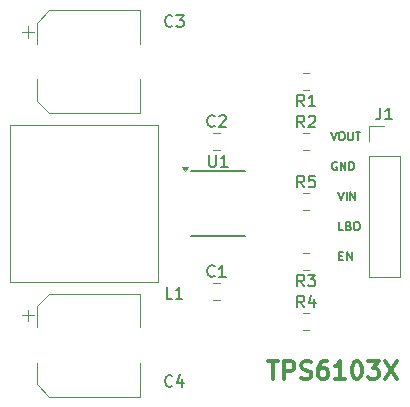
<source format=gbr>
%TF.GenerationSoftware,KiCad,Pcbnew,7.0.11+dfsg-1build4*%
%TF.CreationDate,2026-01-16T21:01:49-05:00*%
%TF.ProjectId,tps6103x,74707336-3130-4337-982e-6b696361645f,rev?*%
%TF.SameCoordinates,Original*%
%TF.FileFunction,Legend,Top*%
%TF.FilePolarity,Positive*%
%FSLAX46Y46*%
G04 Gerber Fmt 4.6, Leading zero omitted, Abs format (unit mm)*
G04 Created by KiCad (PCBNEW 7.0.11+dfsg-1build4) date 2026-01-16 21:01:49*
%MOMM*%
%LPD*%
G01*
G04 APERTURE LIST*
%ADD10C,0.175000*%
%ADD11C,0.300000*%
%ADD12C,0.150000*%
%ADD13C,0.120000*%
G04 APERTURE END LIST*
D10*
X128281797Y-121458566D02*
X128515131Y-121458566D01*
X128615131Y-121825233D02*
X128281797Y-121825233D01*
X128281797Y-121825233D02*
X128281797Y-121125233D01*
X128281797Y-121125233D02*
X128615131Y-121125233D01*
X128915130Y-121825233D02*
X128915130Y-121125233D01*
X128915130Y-121125233D02*
X129315130Y-121825233D01*
X129315130Y-121825233D02*
X129315130Y-121125233D01*
D11*
X122260225Y-130380828D02*
X123117368Y-130380828D01*
X122688796Y-131880828D02*
X122688796Y-130380828D01*
X123617367Y-131880828D02*
X123617367Y-130380828D01*
X123617367Y-130380828D02*
X124188796Y-130380828D01*
X124188796Y-130380828D02*
X124331653Y-130452257D01*
X124331653Y-130452257D02*
X124403082Y-130523685D01*
X124403082Y-130523685D02*
X124474510Y-130666542D01*
X124474510Y-130666542D02*
X124474510Y-130880828D01*
X124474510Y-130880828D02*
X124403082Y-131023685D01*
X124403082Y-131023685D02*
X124331653Y-131095114D01*
X124331653Y-131095114D02*
X124188796Y-131166542D01*
X124188796Y-131166542D02*
X123617367Y-131166542D01*
X125045939Y-131809400D02*
X125260225Y-131880828D01*
X125260225Y-131880828D02*
X125617367Y-131880828D01*
X125617367Y-131880828D02*
X125760225Y-131809400D01*
X125760225Y-131809400D02*
X125831653Y-131737971D01*
X125831653Y-131737971D02*
X125903082Y-131595114D01*
X125903082Y-131595114D02*
X125903082Y-131452257D01*
X125903082Y-131452257D02*
X125831653Y-131309400D01*
X125831653Y-131309400D02*
X125760225Y-131237971D01*
X125760225Y-131237971D02*
X125617367Y-131166542D01*
X125617367Y-131166542D02*
X125331653Y-131095114D01*
X125331653Y-131095114D02*
X125188796Y-131023685D01*
X125188796Y-131023685D02*
X125117367Y-130952257D01*
X125117367Y-130952257D02*
X125045939Y-130809400D01*
X125045939Y-130809400D02*
X125045939Y-130666542D01*
X125045939Y-130666542D02*
X125117367Y-130523685D01*
X125117367Y-130523685D02*
X125188796Y-130452257D01*
X125188796Y-130452257D02*
X125331653Y-130380828D01*
X125331653Y-130380828D02*
X125688796Y-130380828D01*
X125688796Y-130380828D02*
X125903082Y-130452257D01*
X127188796Y-130380828D02*
X126903081Y-130380828D01*
X126903081Y-130380828D02*
X126760224Y-130452257D01*
X126760224Y-130452257D02*
X126688796Y-130523685D01*
X126688796Y-130523685D02*
X126545938Y-130737971D01*
X126545938Y-130737971D02*
X126474510Y-131023685D01*
X126474510Y-131023685D02*
X126474510Y-131595114D01*
X126474510Y-131595114D02*
X126545938Y-131737971D01*
X126545938Y-131737971D02*
X126617367Y-131809400D01*
X126617367Y-131809400D02*
X126760224Y-131880828D01*
X126760224Y-131880828D02*
X127045938Y-131880828D01*
X127045938Y-131880828D02*
X127188796Y-131809400D01*
X127188796Y-131809400D02*
X127260224Y-131737971D01*
X127260224Y-131737971D02*
X127331653Y-131595114D01*
X127331653Y-131595114D02*
X127331653Y-131237971D01*
X127331653Y-131237971D02*
X127260224Y-131095114D01*
X127260224Y-131095114D02*
X127188796Y-131023685D01*
X127188796Y-131023685D02*
X127045938Y-130952257D01*
X127045938Y-130952257D02*
X126760224Y-130952257D01*
X126760224Y-130952257D02*
X126617367Y-131023685D01*
X126617367Y-131023685D02*
X126545938Y-131095114D01*
X126545938Y-131095114D02*
X126474510Y-131237971D01*
X128760224Y-131880828D02*
X127903081Y-131880828D01*
X128331652Y-131880828D02*
X128331652Y-130380828D01*
X128331652Y-130380828D02*
X128188795Y-130595114D01*
X128188795Y-130595114D02*
X128045938Y-130737971D01*
X128045938Y-130737971D02*
X127903081Y-130809400D01*
X129688795Y-130380828D02*
X129831652Y-130380828D01*
X129831652Y-130380828D02*
X129974509Y-130452257D01*
X129974509Y-130452257D02*
X130045938Y-130523685D01*
X130045938Y-130523685D02*
X130117366Y-130666542D01*
X130117366Y-130666542D02*
X130188795Y-130952257D01*
X130188795Y-130952257D02*
X130188795Y-131309400D01*
X130188795Y-131309400D02*
X130117366Y-131595114D01*
X130117366Y-131595114D02*
X130045938Y-131737971D01*
X130045938Y-131737971D02*
X129974509Y-131809400D01*
X129974509Y-131809400D02*
X129831652Y-131880828D01*
X129831652Y-131880828D02*
X129688795Y-131880828D01*
X129688795Y-131880828D02*
X129545938Y-131809400D01*
X129545938Y-131809400D02*
X129474509Y-131737971D01*
X129474509Y-131737971D02*
X129403080Y-131595114D01*
X129403080Y-131595114D02*
X129331652Y-131309400D01*
X129331652Y-131309400D02*
X129331652Y-130952257D01*
X129331652Y-130952257D02*
X129403080Y-130666542D01*
X129403080Y-130666542D02*
X129474509Y-130523685D01*
X129474509Y-130523685D02*
X129545938Y-130452257D01*
X129545938Y-130452257D02*
X129688795Y-130380828D01*
X130688794Y-130380828D02*
X131617366Y-130380828D01*
X131617366Y-130380828D02*
X131117366Y-130952257D01*
X131117366Y-130952257D02*
X131331651Y-130952257D01*
X131331651Y-130952257D02*
X131474509Y-131023685D01*
X131474509Y-131023685D02*
X131545937Y-131095114D01*
X131545937Y-131095114D02*
X131617366Y-131237971D01*
X131617366Y-131237971D02*
X131617366Y-131595114D01*
X131617366Y-131595114D02*
X131545937Y-131737971D01*
X131545937Y-131737971D02*
X131474509Y-131809400D01*
X131474509Y-131809400D02*
X131331651Y-131880828D01*
X131331651Y-131880828D02*
X130903080Y-131880828D01*
X130903080Y-131880828D02*
X130760223Y-131809400D01*
X130760223Y-131809400D02*
X130688794Y-131737971D01*
X132117365Y-130380828D02*
X133117365Y-131880828D01*
X133117365Y-130380828D02*
X132117365Y-131880828D01*
D10*
X128615131Y-119285233D02*
X128281797Y-119285233D01*
X128281797Y-119285233D02*
X128281797Y-118585233D01*
X129081798Y-118918566D02*
X129181798Y-118951900D01*
X129181798Y-118951900D02*
X129215131Y-118985233D01*
X129215131Y-118985233D02*
X129248464Y-119051900D01*
X129248464Y-119051900D02*
X129248464Y-119151900D01*
X129248464Y-119151900D02*
X129215131Y-119218566D01*
X129215131Y-119218566D02*
X129181798Y-119251900D01*
X129181798Y-119251900D02*
X129115131Y-119285233D01*
X129115131Y-119285233D02*
X128848464Y-119285233D01*
X128848464Y-119285233D02*
X128848464Y-118585233D01*
X128848464Y-118585233D02*
X129081798Y-118585233D01*
X129081798Y-118585233D02*
X129148464Y-118618566D01*
X129148464Y-118618566D02*
X129181798Y-118651900D01*
X129181798Y-118651900D02*
X129215131Y-118718566D01*
X129215131Y-118718566D02*
X129215131Y-118785233D01*
X129215131Y-118785233D02*
X129181798Y-118851900D01*
X129181798Y-118851900D02*
X129148464Y-118885233D01*
X129148464Y-118885233D02*
X129081798Y-118918566D01*
X129081798Y-118918566D02*
X128848464Y-118918566D01*
X129681798Y-118585233D02*
X129815131Y-118585233D01*
X129815131Y-118585233D02*
X129881798Y-118618566D01*
X129881798Y-118618566D02*
X129948464Y-118685233D01*
X129948464Y-118685233D02*
X129981798Y-118818566D01*
X129981798Y-118818566D02*
X129981798Y-119051900D01*
X129981798Y-119051900D02*
X129948464Y-119185233D01*
X129948464Y-119185233D02*
X129881798Y-119251900D01*
X129881798Y-119251900D02*
X129815131Y-119285233D01*
X129815131Y-119285233D02*
X129681798Y-119285233D01*
X129681798Y-119285233D02*
X129615131Y-119251900D01*
X129615131Y-119251900D02*
X129548464Y-119185233D01*
X129548464Y-119185233D02*
X129515131Y-119051900D01*
X129515131Y-119051900D02*
X129515131Y-118818566D01*
X129515131Y-118818566D02*
X129548464Y-118685233D01*
X129548464Y-118685233D02*
X129615131Y-118618566D01*
X129615131Y-118618566D02*
X129681798Y-118585233D01*
X127581797Y-110965233D02*
X127815131Y-111665233D01*
X127815131Y-111665233D02*
X128048464Y-110965233D01*
X128415131Y-110965233D02*
X128548464Y-110965233D01*
X128548464Y-110965233D02*
X128615131Y-110998566D01*
X128615131Y-110998566D02*
X128681797Y-111065233D01*
X128681797Y-111065233D02*
X128715131Y-111198566D01*
X128715131Y-111198566D02*
X128715131Y-111431900D01*
X128715131Y-111431900D02*
X128681797Y-111565233D01*
X128681797Y-111565233D02*
X128615131Y-111631900D01*
X128615131Y-111631900D02*
X128548464Y-111665233D01*
X128548464Y-111665233D02*
X128415131Y-111665233D01*
X128415131Y-111665233D02*
X128348464Y-111631900D01*
X128348464Y-111631900D02*
X128281797Y-111565233D01*
X128281797Y-111565233D02*
X128248464Y-111431900D01*
X128248464Y-111431900D02*
X128248464Y-111198566D01*
X128248464Y-111198566D02*
X128281797Y-111065233D01*
X128281797Y-111065233D02*
X128348464Y-110998566D01*
X128348464Y-110998566D02*
X128415131Y-110965233D01*
X129015130Y-110965233D02*
X129015130Y-111531900D01*
X129015130Y-111531900D02*
X129048464Y-111598566D01*
X129048464Y-111598566D02*
X129081797Y-111631900D01*
X129081797Y-111631900D02*
X129148464Y-111665233D01*
X129148464Y-111665233D02*
X129281797Y-111665233D01*
X129281797Y-111665233D02*
X129348464Y-111631900D01*
X129348464Y-111631900D02*
X129381797Y-111598566D01*
X129381797Y-111598566D02*
X129415130Y-111531900D01*
X129415130Y-111531900D02*
X129415130Y-110965233D01*
X129648463Y-110965233D02*
X130048463Y-110965233D01*
X129848463Y-111665233D02*
X129848463Y-110965233D01*
X128181797Y-116045233D02*
X128415131Y-116745233D01*
X128415131Y-116745233D02*
X128648464Y-116045233D01*
X128881797Y-116745233D02*
X128881797Y-116045233D01*
X129215130Y-116745233D02*
X129215130Y-116045233D01*
X129215130Y-116045233D02*
X129615130Y-116745233D01*
X129615130Y-116745233D02*
X129615130Y-116045233D01*
X128048464Y-113538566D02*
X127981797Y-113505233D01*
X127981797Y-113505233D02*
X127881797Y-113505233D01*
X127881797Y-113505233D02*
X127781797Y-113538566D01*
X127781797Y-113538566D02*
X127715131Y-113605233D01*
X127715131Y-113605233D02*
X127681797Y-113671900D01*
X127681797Y-113671900D02*
X127648464Y-113805233D01*
X127648464Y-113805233D02*
X127648464Y-113905233D01*
X127648464Y-113905233D02*
X127681797Y-114038566D01*
X127681797Y-114038566D02*
X127715131Y-114105233D01*
X127715131Y-114105233D02*
X127781797Y-114171900D01*
X127781797Y-114171900D02*
X127881797Y-114205233D01*
X127881797Y-114205233D02*
X127948464Y-114205233D01*
X127948464Y-114205233D02*
X128048464Y-114171900D01*
X128048464Y-114171900D02*
X128081797Y-114138566D01*
X128081797Y-114138566D02*
X128081797Y-113905233D01*
X128081797Y-113905233D02*
X127948464Y-113905233D01*
X128381797Y-114205233D02*
X128381797Y-113505233D01*
X128381797Y-113505233D02*
X128781797Y-114205233D01*
X128781797Y-114205233D02*
X128781797Y-113505233D01*
X129115130Y-114205233D02*
X129115130Y-113505233D01*
X129115130Y-113505233D02*
X129281797Y-113505233D01*
X129281797Y-113505233D02*
X129381797Y-113538566D01*
X129381797Y-113538566D02*
X129448464Y-113605233D01*
X129448464Y-113605233D02*
X129481797Y-113671900D01*
X129481797Y-113671900D02*
X129515130Y-113805233D01*
X129515130Y-113805233D02*
X129515130Y-113905233D01*
X129515130Y-113905233D02*
X129481797Y-114038566D01*
X129481797Y-114038566D02*
X129448464Y-114105233D01*
X129448464Y-114105233D02*
X129381797Y-114171900D01*
X129381797Y-114171900D02*
X129281797Y-114205233D01*
X129281797Y-114205233D02*
X129115130Y-114205233D01*
D12*
X117238095Y-112904819D02*
X117238095Y-113714342D01*
X117238095Y-113714342D02*
X117285714Y-113809580D01*
X117285714Y-113809580D02*
X117333333Y-113857200D01*
X117333333Y-113857200D02*
X117428571Y-113904819D01*
X117428571Y-113904819D02*
X117619047Y-113904819D01*
X117619047Y-113904819D02*
X117714285Y-113857200D01*
X117714285Y-113857200D02*
X117761904Y-113809580D01*
X117761904Y-113809580D02*
X117809523Y-113714342D01*
X117809523Y-113714342D02*
X117809523Y-112904819D01*
X118809523Y-113904819D02*
X118238095Y-113904819D01*
X118523809Y-113904819D02*
X118523809Y-112904819D01*
X118523809Y-112904819D02*
X118428571Y-113047676D01*
X118428571Y-113047676D02*
X118333333Y-113142914D01*
X118333333Y-113142914D02*
X118238095Y-113190533D01*
X114133333Y-132439580D02*
X114085714Y-132487200D01*
X114085714Y-132487200D02*
X113942857Y-132534819D01*
X113942857Y-132534819D02*
X113847619Y-132534819D01*
X113847619Y-132534819D02*
X113704762Y-132487200D01*
X113704762Y-132487200D02*
X113609524Y-132391961D01*
X113609524Y-132391961D02*
X113561905Y-132296723D01*
X113561905Y-132296723D02*
X113514286Y-132106247D01*
X113514286Y-132106247D02*
X113514286Y-131963390D01*
X113514286Y-131963390D02*
X113561905Y-131772914D01*
X113561905Y-131772914D02*
X113609524Y-131677676D01*
X113609524Y-131677676D02*
X113704762Y-131582438D01*
X113704762Y-131582438D02*
X113847619Y-131534819D01*
X113847619Y-131534819D02*
X113942857Y-131534819D01*
X113942857Y-131534819D02*
X114085714Y-131582438D01*
X114085714Y-131582438D02*
X114133333Y-131630057D01*
X114990476Y-131868152D02*
X114990476Y-132534819D01*
X114752381Y-131487200D02*
X114514286Y-132201485D01*
X114514286Y-132201485D02*
X115133333Y-132201485D01*
X125293333Y-124024819D02*
X124960000Y-123548628D01*
X124721905Y-124024819D02*
X124721905Y-123024819D01*
X124721905Y-123024819D02*
X125102857Y-123024819D01*
X125102857Y-123024819D02*
X125198095Y-123072438D01*
X125198095Y-123072438D02*
X125245714Y-123120057D01*
X125245714Y-123120057D02*
X125293333Y-123215295D01*
X125293333Y-123215295D02*
X125293333Y-123358152D01*
X125293333Y-123358152D02*
X125245714Y-123453390D01*
X125245714Y-123453390D02*
X125198095Y-123501009D01*
X125198095Y-123501009D02*
X125102857Y-123548628D01*
X125102857Y-123548628D02*
X124721905Y-123548628D01*
X125626667Y-123024819D02*
X126245714Y-123024819D01*
X126245714Y-123024819D02*
X125912381Y-123405771D01*
X125912381Y-123405771D02*
X126055238Y-123405771D01*
X126055238Y-123405771D02*
X126150476Y-123453390D01*
X126150476Y-123453390D02*
X126198095Y-123501009D01*
X126198095Y-123501009D02*
X126245714Y-123596247D01*
X126245714Y-123596247D02*
X126245714Y-123834342D01*
X126245714Y-123834342D02*
X126198095Y-123929580D01*
X126198095Y-123929580D02*
X126150476Y-123977200D01*
X126150476Y-123977200D02*
X126055238Y-124024819D01*
X126055238Y-124024819D02*
X125769524Y-124024819D01*
X125769524Y-124024819D02*
X125674286Y-123977200D01*
X125674286Y-123977200D02*
X125626667Y-123929580D01*
X117710833Y-123139580D02*
X117663214Y-123187200D01*
X117663214Y-123187200D02*
X117520357Y-123234819D01*
X117520357Y-123234819D02*
X117425119Y-123234819D01*
X117425119Y-123234819D02*
X117282262Y-123187200D01*
X117282262Y-123187200D02*
X117187024Y-123091961D01*
X117187024Y-123091961D02*
X117139405Y-122996723D01*
X117139405Y-122996723D02*
X117091786Y-122806247D01*
X117091786Y-122806247D02*
X117091786Y-122663390D01*
X117091786Y-122663390D02*
X117139405Y-122472914D01*
X117139405Y-122472914D02*
X117187024Y-122377676D01*
X117187024Y-122377676D02*
X117282262Y-122282438D01*
X117282262Y-122282438D02*
X117425119Y-122234819D01*
X117425119Y-122234819D02*
X117520357Y-122234819D01*
X117520357Y-122234819D02*
X117663214Y-122282438D01*
X117663214Y-122282438D02*
X117710833Y-122330057D01*
X118663214Y-123234819D02*
X118091786Y-123234819D01*
X118377500Y-123234819D02*
X118377500Y-122234819D01*
X118377500Y-122234819D02*
X118282262Y-122377676D01*
X118282262Y-122377676D02*
X118187024Y-122472914D01*
X118187024Y-122472914D02*
X118091786Y-122520533D01*
X114133333Y-125074819D02*
X113657143Y-125074819D01*
X113657143Y-125074819D02*
X113657143Y-124074819D01*
X114990476Y-125074819D02*
X114419048Y-125074819D01*
X114704762Y-125074819D02*
X114704762Y-124074819D01*
X114704762Y-124074819D02*
X114609524Y-124217676D01*
X114609524Y-124217676D02*
X114514286Y-124312914D01*
X114514286Y-124312914D02*
X114419048Y-124360533D01*
X125293333Y-108784819D02*
X124960000Y-108308628D01*
X124721905Y-108784819D02*
X124721905Y-107784819D01*
X124721905Y-107784819D02*
X125102857Y-107784819D01*
X125102857Y-107784819D02*
X125198095Y-107832438D01*
X125198095Y-107832438D02*
X125245714Y-107880057D01*
X125245714Y-107880057D02*
X125293333Y-107975295D01*
X125293333Y-107975295D02*
X125293333Y-108118152D01*
X125293333Y-108118152D02*
X125245714Y-108213390D01*
X125245714Y-108213390D02*
X125198095Y-108261009D01*
X125198095Y-108261009D02*
X125102857Y-108308628D01*
X125102857Y-108308628D02*
X124721905Y-108308628D01*
X126245714Y-108784819D02*
X125674286Y-108784819D01*
X125960000Y-108784819D02*
X125960000Y-107784819D01*
X125960000Y-107784819D02*
X125864762Y-107927676D01*
X125864762Y-107927676D02*
X125769524Y-108022914D01*
X125769524Y-108022914D02*
X125674286Y-108070533D01*
X125293333Y-115644819D02*
X124960000Y-115168628D01*
X124721905Y-115644819D02*
X124721905Y-114644819D01*
X124721905Y-114644819D02*
X125102857Y-114644819D01*
X125102857Y-114644819D02*
X125198095Y-114692438D01*
X125198095Y-114692438D02*
X125245714Y-114740057D01*
X125245714Y-114740057D02*
X125293333Y-114835295D01*
X125293333Y-114835295D02*
X125293333Y-114978152D01*
X125293333Y-114978152D02*
X125245714Y-115073390D01*
X125245714Y-115073390D02*
X125198095Y-115121009D01*
X125198095Y-115121009D02*
X125102857Y-115168628D01*
X125102857Y-115168628D02*
X124721905Y-115168628D01*
X126198095Y-114644819D02*
X125721905Y-114644819D01*
X125721905Y-114644819D02*
X125674286Y-115121009D01*
X125674286Y-115121009D02*
X125721905Y-115073390D01*
X125721905Y-115073390D02*
X125817143Y-115025771D01*
X125817143Y-115025771D02*
X126055238Y-115025771D01*
X126055238Y-115025771D02*
X126150476Y-115073390D01*
X126150476Y-115073390D02*
X126198095Y-115121009D01*
X126198095Y-115121009D02*
X126245714Y-115216247D01*
X126245714Y-115216247D02*
X126245714Y-115454342D01*
X126245714Y-115454342D02*
X126198095Y-115549580D01*
X126198095Y-115549580D02*
X126150476Y-115597200D01*
X126150476Y-115597200D02*
X126055238Y-115644819D01*
X126055238Y-115644819D02*
X125817143Y-115644819D01*
X125817143Y-115644819D02*
X125721905Y-115597200D01*
X125721905Y-115597200D02*
X125674286Y-115549580D01*
X114133333Y-101959580D02*
X114085714Y-102007200D01*
X114085714Y-102007200D02*
X113942857Y-102054819D01*
X113942857Y-102054819D02*
X113847619Y-102054819D01*
X113847619Y-102054819D02*
X113704762Y-102007200D01*
X113704762Y-102007200D02*
X113609524Y-101911961D01*
X113609524Y-101911961D02*
X113561905Y-101816723D01*
X113561905Y-101816723D02*
X113514286Y-101626247D01*
X113514286Y-101626247D02*
X113514286Y-101483390D01*
X113514286Y-101483390D02*
X113561905Y-101292914D01*
X113561905Y-101292914D02*
X113609524Y-101197676D01*
X113609524Y-101197676D02*
X113704762Y-101102438D01*
X113704762Y-101102438D02*
X113847619Y-101054819D01*
X113847619Y-101054819D02*
X113942857Y-101054819D01*
X113942857Y-101054819D02*
X114085714Y-101102438D01*
X114085714Y-101102438D02*
X114133333Y-101150057D01*
X114466667Y-101054819D02*
X115085714Y-101054819D01*
X115085714Y-101054819D02*
X114752381Y-101435771D01*
X114752381Y-101435771D02*
X114895238Y-101435771D01*
X114895238Y-101435771D02*
X114990476Y-101483390D01*
X114990476Y-101483390D02*
X115038095Y-101531009D01*
X115038095Y-101531009D02*
X115085714Y-101626247D01*
X115085714Y-101626247D02*
X115085714Y-101864342D01*
X115085714Y-101864342D02*
X115038095Y-101959580D01*
X115038095Y-101959580D02*
X114990476Y-102007200D01*
X114990476Y-102007200D02*
X114895238Y-102054819D01*
X114895238Y-102054819D02*
X114609524Y-102054819D01*
X114609524Y-102054819D02*
X114514286Y-102007200D01*
X114514286Y-102007200D02*
X114466667Y-101959580D01*
X125293333Y-125804819D02*
X124960000Y-125328628D01*
X124721905Y-125804819D02*
X124721905Y-124804819D01*
X124721905Y-124804819D02*
X125102857Y-124804819D01*
X125102857Y-124804819D02*
X125198095Y-124852438D01*
X125198095Y-124852438D02*
X125245714Y-124900057D01*
X125245714Y-124900057D02*
X125293333Y-124995295D01*
X125293333Y-124995295D02*
X125293333Y-125138152D01*
X125293333Y-125138152D02*
X125245714Y-125233390D01*
X125245714Y-125233390D02*
X125198095Y-125281009D01*
X125198095Y-125281009D02*
X125102857Y-125328628D01*
X125102857Y-125328628D02*
X124721905Y-125328628D01*
X126150476Y-125138152D02*
X126150476Y-125804819D01*
X125912381Y-124757200D02*
X125674286Y-125471485D01*
X125674286Y-125471485D02*
X126293333Y-125471485D01*
X131746666Y-108884819D02*
X131746666Y-109599104D01*
X131746666Y-109599104D02*
X131699047Y-109741961D01*
X131699047Y-109741961D02*
X131603809Y-109837200D01*
X131603809Y-109837200D02*
X131460952Y-109884819D01*
X131460952Y-109884819D02*
X131365714Y-109884819D01*
X132746666Y-109884819D02*
X132175238Y-109884819D01*
X132460952Y-109884819D02*
X132460952Y-108884819D01*
X132460952Y-108884819D02*
X132365714Y-109027676D01*
X132365714Y-109027676D02*
X132270476Y-109122914D01*
X132270476Y-109122914D02*
X132175238Y-109170533D01*
X117710833Y-110439580D02*
X117663214Y-110487200D01*
X117663214Y-110487200D02*
X117520357Y-110534819D01*
X117520357Y-110534819D02*
X117425119Y-110534819D01*
X117425119Y-110534819D02*
X117282262Y-110487200D01*
X117282262Y-110487200D02*
X117187024Y-110391961D01*
X117187024Y-110391961D02*
X117139405Y-110296723D01*
X117139405Y-110296723D02*
X117091786Y-110106247D01*
X117091786Y-110106247D02*
X117091786Y-109963390D01*
X117091786Y-109963390D02*
X117139405Y-109772914D01*
X117139405Y-109772914D02*
X117187024Y-109677676D01*
X117187024Y-109677676D02*
X117282262Y-109582438D01*
X117282262Y-109582438D02*
X117425119Y-109534819D01*
X117425119Y-109534819D02*
X117520357Y-109534819D01*
X117520357Y-109534819D02*
X117663214Y-109582438D01*
X117663214Y-109582438D02*
X117710833Y-109630057D01*
X118091786Y-109630057D02*
X118139405Y-109582438D01*
X118139405Y-109582438D02*
X118234643Y-109534819D01*
X118234643Y-109534819D02*
X118472738Y-109534819D01*
X118472738Y-109534819D02*
X118567976Y-109582438D01*
X118567976Y-109582438D02*
X118615595Y-109630057D01*
X118615595Y-109630057D02*
X118663214Y-109725295D01*
X118663214Y-109725295D02*
X118663214Y-109820533D01*
X118663214Y-109820533D02*
X118615595Y-109963390D01*
X118615595Y-109963390D02*
X118044167Y-110534819D01*
X118044167Y-110534819D02*
X118663214Y-110534819D01*
X125293333Y-110564819D02*
X124960000Y-110088628D01*
X124721905Y-110564819D02*
X124721905Y-109564819D01*
X124721905Y-109564819D02*
X125102857Y-109564819D01*
X125102857Y-109564819D02*
X125198095Y-109612438D01*
X125198095Y-109612438D02*
X125245714Y-109660057D01*
X125245714Y-109660057D02*
X125293333Y-109755295D01*
X125293333Y-109755295D02*
X125293333Y-109898152D01*
X125293333Y-109898152D02*
X125245714Y-109993390D01*
X125245714Y-109993390D02*
X125198095Y-110041009D01*
X125198095Y-110041009D02*
X125102857Y-110088628D01*
X125102857Y-110088628D02*
X124721905Y-110088628D01*
X125674286Y-109660057D02*
X125721905Y-109612438D01*
X125721905Y-109612438D02*
X125817143Y-109564819D01*
X125817143Y-109564819D02*
X126055238Y-109564819D01*
X126055238Y-109564819D02*
X126150476Y-109612438D01*
X126150476Y-109612438D02*
X126198095Y-109660057D01*
X126198095Y-109660057D02*
X126245714Y-109755295D01*
X126245714Y-109755295D02*
X126245714Y-109850533D01*
X126245714Y-109850533D02*
X126198095Y-109993390D01*
X126198095Y-109993390D02*
X125626667Y-110564819D01*
X125626667Y-110564819D02*
X126245714Y-110564819D01*
%TO.C,U1*%
X115750000Y-114275000D02*
X120250000Y-114275000D01*
X115750000Y-119725000D02*
X120250000Y-119725000D01*
D13*
X115200000Y-114250000D02*
X114960000Y-113920000D01*
X115440000Y-113920000D01*
X115200000Y-114250000D01*
G36*
X115200000Y-114250000D02*
G01*
X114960000Y-113920000D01*
X115440000Y-113920000D01*
X115200000Y-114250000D01*
G37*
%TO.C,C4*%
X101400000Y-126490000D02*
X102400000Y-126490000D01*
X101900000Y-125990000D02*
X101900000Y-126990000D01*
X102640000Y-125704437D02*
X102640000Y-127490000D01*
X102640000Y-125704437D02*
X103704437Y-124640000D01*
X102640000Y-132295563D02*
X102640000Y-130510000D01*
X102640000Y-132295563D02*
X103704437Y-133360000D01*
X103704437Y-124640000D02*
X111360000Y-124640000D01*
X103704437Y-133360000D02*
X111360000Y-133360000D01*
X111360000Y-124640000D02*
X111360000Y-127490000D01*
X111360000Y-133360000D02*
X111360000Y-130510000D01*
%TO.C,R3*%
X125687064Y-122655000D02*
X125232936Y-122655000D01*
X125687064Y-121185000D02*
X125232936Y-121185000D01*
%TO.C,C1*%
X117616248Y-123725000D02*
X118138752Y-123725000D01*
X117616248Y-125195000D02*
X118138752Y-125195000D01*
%TO.C,L1*%
X112930000Y-123650000D02*
X100430000Y-123650000D01*
X112930000Y-110350000D02*
X112930000Y-123650000D01*
X100430000Y-123650000D02*
X100430000Y-110350000D01*
X100430000Y-110350000D02*
X112930000Y-110350000D01*
%TO.C,R1*%
X125687064Y-107415000D02*
X125232936Y-107415000D01*
X125687064Y-105945000D02*
X125232936Y-105945000D01*
%TO.C,R5*%
X125232936Y-116105000D02*
X125687064Y-116105000D01*
X125232936Y-117575000D02*
X125687064Y-117575000D01*
%TO.C,C3*%
X101400000Y-102490000D02*
X102400000Y-102490000D01*
X101900000Y-101990000D02*
X101900000Y-102990000D01*
X102640000Y-101704437D02*
X102640000Y-103490000D01*
X102640000Y-101704437D02*
X103704437Y-100640000D01*
X102640000Y-108295563D02*
X102640000Y-106510000D01*
X102640000Y-108295563D02*
X103704437Y-109360000D01*
X103704437Y-100640000D02*
X111360000Y-100640000D01*
X103704437Y-109360000D02*
X111360000Y-109360000D01*
X111360000Y-100640000D02*
X111360000Y-103490000D01*
X111360000Y-109360000D02*
X111360000Y-106510000D01*
%TO.C,R4*%
X125232936Y-126265000D02*
X125687064Y-126265000D01*
X125232936Y-127735000D02*
X125687064Y-127735000D01*
%TO.C,J1*%
X130750000Y-110430000D02*
X132080000Y-110430000D01*
X130750000Y-111760000D02*
X130750000Y-110430000D01*
X130750000Y-113030000D02*
X130750000Y-123250000D01*
X130750000Y-113030000D02*
X133410000Y-113030000D01*
X130750000Y-123250000D02*
X133410000Y-123250000D01*
X133410000Y-113030000D02*
X133410000Y-123250000D01*
%TO.C,C2*%
X117616248Y-111025000D02*
X118138752Y-111025000D01*
X117616248Y-112495000D02*
X118138752Y-112495000D01*
%TO.C,R2*%
X125232936Y-111025000D02*
X125687064Y-111025000D01*
X125232936Y-112495000D02*
X125687064Y-112495000D01*
%TD*%
M02*

</source>
